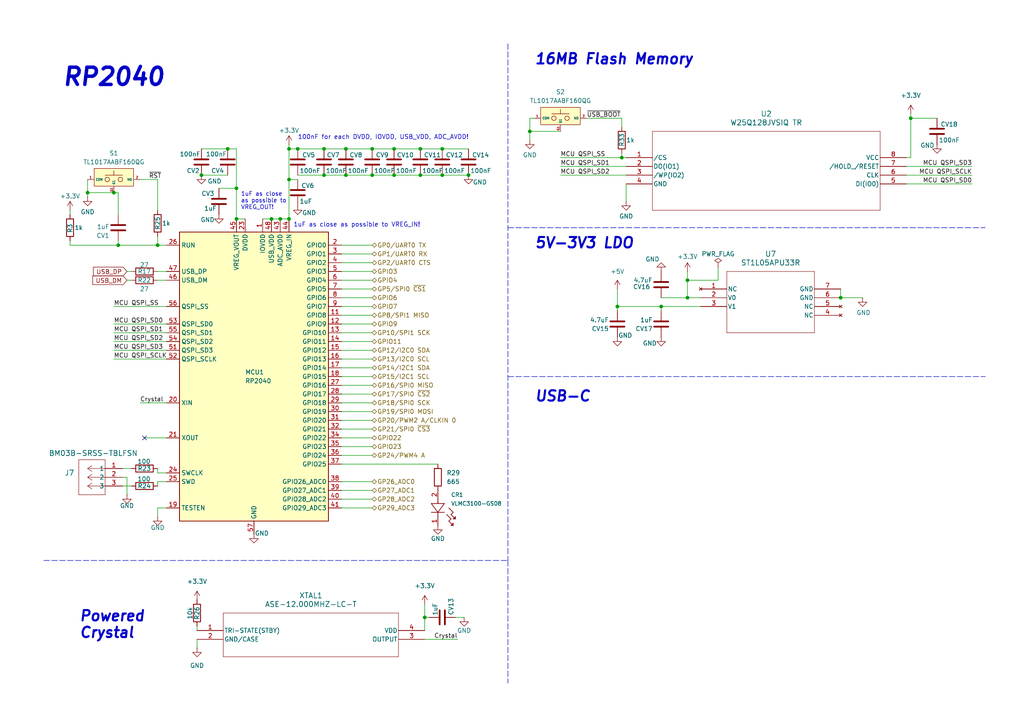
<source format=kicad_sch>
(kicad_sch (version 20231120) (generator "eeschema") (generator_version "8.0")
  (paper "A4")
  (title_block (title "RP2040 Standard") (company "Porto Space Team") (comment 1 "Miguel Amorim"))
  (lib_symbols
    (symbol "16MB_Flash:W25Q128JVSIQ_TR" (pin_names (offset 0.254))
      (property "Reference" "U" (at 40.64 12.7 0))
      (property "Value" "W25Q128JVSIQ TR" (at 40.64 10.16 0))
      (symbol "W25Q128JVSIQ_TR_0_1"
        (polyline (pts (xy 7.62 -15.24) (xy 73.66 -15.24)) (stroke (width 0.127)))
        (polyline (pts (xy 7.62 7.62) (xy 7.62 -15.24)) (stroke (width 0.127)))
        (polyline (pts (xy 73.66 -15.24) (xy 73.66 7.62)) (stroke (width 0.127)))
        (polyline (pts (xy 73.66 7.62) (xy 7.62 7.62)) (stroke (width 0.127)))
        (pin input line (at 0 0 0) (length 7.62) (name "/CS") (number "1"))
        (pin bidirectional line (at 0 -2.54 0) (length 7.62) (name "DO(IO1)") (number "2"))
        (pin bidirectional line (at 0 -5.08 0) (length 7.62) (name "/WP(IO2)") (number "3"))
        (pin passive line (at 0 -7.62 0) (length 7.62) (name "GND") (number "4"))
        (pin bidirectional line (at 81.28 -7.62 180) (length 7.62) (name "DI(IO0)") (number "5"))
        (pin input line (at 81.28 -5.08 180) (length 7.62) (name "CLK") (number "6"))
        (pin bidirectional line (at 81.28 -2.54 180) (length 7.62) (name "/HOLD_/RESET") (number "7"))
        (pin passive line (at 81.28 0 180) (length 7.62) (name "VCC") (number "8"))
      )
    )
    (symbol "AS12MHz:ASE-12.000MHZ-LC-T" (pin_names (offset 0.254))
      (property "Reference" "XTAL" (at 33.02 10.16 0))
      (property "Value" "ASE-12.000MHZ-LC-T" (at 33.02 7.62 0))
      (symbol "ASE-12.000MHZ-LC-T_0_1"
        (polyline (pts (xy 7.62 -7.62) (xy 58.42 -7.62)) (stroke (width 0.127)))
        (polyline (pts (xy 7.62 5.08) (xy 7.62 -7.62)) (stroke (width 0.127)))
        (polyline (pts (xy 58.42 -7.62) (xy 58.42 5.08)) (stroke (width 0.127)))
        (polyline (pts (xy 58.42 5.08) (xy 7.62 5.08)) (stroke (width 0.127)))
        (pin passive line (at 0 0 0) (length 7.62) (name "TRI-STATE(STBY)") (number "1"))
        (pin passive line (at 0 -2.54 0) (length 7.62) (name "GND/CASE") (number "2"))
        (pin output line (at 66.04 -2.54 180) (length 7.62) (name "OUTPUT") (number "3"))
        (pin power_in line (at 66.04 0 180) (length 7.62) (name "VDD") (number "4"))
      )
    )
    (symbol "Device:C" (pin_numbers hide) (pin_names (offset 0.254))
      (property "Reference" "C" (at 0.635 2.54 0))
      (property "Value" "C" (at 0.635 -2.54 0))
      (symbol "C_0_1"
        (polyline (pts (xy -2.032 -0.762) (xy 2.032 -0.762)) (stroke (width 0.508)))
        (polyline (pts (xy -2.032 0.762) (xy 2.032 0.762)) (stroke (width 0.508)))
      )
      (symbol "C_1_1"
        (pin passive line (at 0 3.81 270) (length 2.794) (name "~") (number "1"))
        (pin passive line (at 0 -3.81 90) (length 2.794) (name "~") (number "2"))
      )
    )
    (symbol "Device:R" (pin_numbers hide) (pin_names (offset 0))
      (property "Reference" "R" (at 2.032 0 90))
      (property "Value" "R" (at 0 0 90))
      (symbol "R_0_1"
        (rectangle (start -1.016 -2.54) (end 1.016 2.54) (stroke (width 0.254)))
      )
      (symbol "R_1_1"
        (pin passive line (at 0 3.81 270) (length 1.27) (name "~") (number "1"))
        (pin passive line (at 0 -3.81 90) (length 1.27) (name "~") (number "2"))
      )
    )
    (symbol "GreenLED__VLMC3100-GS08:VLMC3100-GS08" (pin_names (offset 0.254))
      (property "Reference" "CR" (at 5.08 -4.445 0))
      (property "Value" "VLMC3100-GS08" (at 5.08 -7.62 0))
      (symbol "VLMC3100-GS08_1_1"
        (polyline (pts (xy 2.54 0) (xy 3.4798 0)) (stroke (width 0.2032)))
        (polyline (pts (xy 3.175 0) (xy 3.81 0)) (stroke (width 0.2032)))
        (polyline (pts (xy 3.81 -1.905) (xy 6.35 0)) (stroke (width 0.2032)))
        (polyline (pts (xy 3.81 1.905) (xy 3.81 -1.905)) (stroke (width 0.2032)))
        (polyline (pts (xy 5.08 3.175) (xy 6.35 4.445)) (stroke (width 0.2032)))
        (polyline (pts (xy 6.35 -1.905) (xy 6.35 1.905)) (stroke (width 0.2032)))
        (polyline (pts (xy 6.35 0) (xy 3.81 1.905)) (stroke (width 0.2032)))
        (polyline (pts (xy 6.35 0) (xy 7.62 0)) (stroke (width 0.2032)))
        (polyline (pts (xy 6.35 4.445) (xy 6.985 3.81)) (stroke (width 0.2032)))
        (polyline (pts (xy 6.985 2.54) (xy 8.255 3.81)) (stroke (width 0.2032)))
        (polyline (pts (xy 6.985 3.81) (xy 8.255 5.08)) (stroke (width 0.2032)))
        (polyline (pts (xy 7.62 5.08) (xy 8.255 4.445)) (stroke (width 0.2032)))
        (polyline (pts (xy 8.255 3.81) (xy 8.89 3.175)) (stroke (width 0.2032)))
        (polyline (pts (xy 8.255 4.445) (xy 8.255 5.08)) (stroke (width 0.2032)))
        (polyline (pts (xy 8.255 5.08) (xy 7.62 5.08)) (stroke (width 0.2032)))
        (polyline (pts (xy 8.89 3.175) (xy 10.16 4.445)) (stroke (width 0.2032)))
        (polyline (pts (xy 9.525 4.445) (xy 10.16 3.81)) (stroke (width 0.2032)))
        (polyline (pts (xy 10.16 3.81) (xy 10.16 4.445)) (stroke (width 0.2032)))
        (polyline (pts (xy 10.16 4.445) (xy 9.525 4.445)) (stroke (width 0.2032)))
        (pin passive line (at 10.16 0 180) (length 2.54) (name "") (number "1"))
        (pin passive line (at 0 0 0) (length 2.54) (name "") (number "2"))
      )
      (symbol "VLMC3100-GS08_1_2"
        (polyline (pts (xy -5.08 7.62) (xy -4.445 8.255)) (stroke (width 0.2032)))
        (polyline (pts (xy -5.08 8.255) (xy -5.08 7.62)) (stroke (width 0.2032)))
        (polyline (pts (xy -4.445 6.35) (xy -3.81 6.985)) (stroke (width 0.2032)))
        (polyline (pts (xy -4.445 8.255) (xy -5.08 8.255)) (stroke (width 0.2032)))
        (polyline (pts (xy -4.445 9.525) (xy -3.81 10.16)) (stroke (width 0.2032)))
        (polyline (pts (xy -4.445 10.16) (xy -4.445 9.525)) (stroke (width 0.2032)))
        (polyline (pts (xy -3.81 6.985) (xy -5.08 8.255)) (stroke (width 0.2032)))
        (polyline (pts (xy -3.81 8.255) (xy -3.175 8.89)) (stroke (width 0.2032)))
        (polyline (pts (xy -3.81 10.16) (xy -4.445 10.16)) (stroke (width 0.2032)))
        (polyline (pts (xy -3.175 5.08) (xy -4.445 6.35)) (stroke (width 0.2032)))
        (polyline (pts (xy -3.175 8.89) (xy -4.445 10.16)) (stroke (width 0.2032)))
        (polyline (pts (xy -2.54 6.985) (xy -3.81 8.255)) (stroke (width 0.2032)))
        (polyline (pts (xy -1.905 3.81) (xy 1.905 3.81)) (stroke (width 0.2032)))
        (polyline (pts (xy 0 2.54) (xy 0 3.4798)) (stroke (width 0.2032)))
        (polyline (pts (xy 0 3.175) (xy 0 3.81)) (stroke (width 0.2032)))
        (polyline (pts (xy 0 6.35) (xy -1.905 3.81)) (stroke (width 0.2032)))
        (polyline (pts (xy 0 6.35) (xy 0 7.62)) (stroke (width 0.2032)))
        (polyline (pts (xy 1.905 3.81) (xy 0 6.35)) (stroke (width 0.2032)))
        (polyline (pts (xy 1.905 6.35) (xy -1.905 6.35)) (stroke (width 0.2032)))
        (pin passive line (at 0 10.16 270) (length 2.54) (name "") (number "1"))
        (pin passive line (at 0 0 90) (length 2.54) (name "") (number "2"))
      )
    )
    (symbol "LDO_ST1L05A:ST1L05APU33R" (pin_names (offset 0.254))
      (property "Reference" "U" (at 20.32 10.16 0))
      (property "Value" "ST1L05APU33R" (at 20.32 7.62 0))
      (symbol "ST1L05APU33R_0_1"
        (polyline (pts (xy 7.62 -12.7) (xy 33.02 -12.7)) (stroke (width 0.127)))
        (polyline (pts (xy 7.62 5.08) (xy 7.62 -12.7)) (stroke (width 0.127)))
        (polyline (pts (xy 33.02 -12.7) (xy 33.02 5.08)) (stroke (width 0.127)))
        (polyline (pts (xy 33.02 5.08) (xy 7.62 5.08)) (stroke (width 0.127)))
        (pin no_connect line (at 0 0 0) (length 7.62) (name "NC") (number "1"))
        (pin passive line (at 0 -2.54 0) (length 7.62) (name "V0") (number "2"))
        (pin passive line (at 0 -5.08 0) (length 7.62) (name "V1") (number "3"))
        (pin no_connect line (at 40.64 -7.62 180) (length 7.62) (name "NC") (number "4"))
        (pin no_connect line (at 40.64 -5.08 180) (length 7.62) (name "NC") (number "5"))
        (pin passive line (at 40.64 -2.54 180) (length 7.62) (name "GND") (number "6"))
        (pin passive line (at 40.64 0 180) (length 7.62) (name "GND") (number "7"))
      )
    )
    (symbol "MCU_RaspberryPi:RP2040"
      (property "Reference" "U" (at 17.78 45.72 0))
      (property "Value" "RP2040" (at 17.78 43.18 0))
      (symbol "RP2040_0_1"
        (rectangle (start -21.59 41.91) (end 21.59 -41.91) (stroke (width 0.254)) (fill (type background)))
      )
      (symbol "RP2040_1_1"
        (pin power_in line (at 2.54 45.72 270) (length 3.81) (name "IOVDD") (number "1"))
        (pin passive line (at 2.54 45.72 270) (length 3.81) hide (name "IOVDD") (number "10"))
        (pin bidirectional line (at 25.4 17.78 180) (length 3.81) (name "GPIO8") (number "11"))
        (pin bidirectional line (at 25.4 15.24 180) (length 3.81) (name "GPIO9") (number "12"))
        (pin bidirectional line (at 25.4 12.7 180) (length 3.81) (name "GPIO10") (number "13"))
        (pin bidirectional line (at 25.4 10.16 180) (length 3.81) (name "GPIO11") (number "14"))
        (pin bidirectional line (at 25.4 7.62 180) (length 3.81) (name "GPIO12") (number "15"))
        (pin bidirectional line (at 25.4 5.08 180) (length 3.81) (name "GPIO13") (number "16"))
        (pin bidirectional line (at 25.4 2.54 180) (length 3.81) (name "GPIO14") (number "17"))
        (pin bidirectional line (at 25.4 0 180) (length 3.81) (name "GPIO15") (number "18"))
        (pin input line (at -25.4 -38.1 0) (length 3.81) (name "TESTEN") (number "19"))
        (pin bidirectional line (at 25.4 38.1 180) (length 3.81) (name "GPIO0") (number "2"))
        (pin input line (at -25.4 -7.62 0) (length 3.81) (name "XIN") (number "20"))
        (pin passive line (at -25.4 -17.78 0) (length 3.81) (name "XOUT") (number "21"))
        (pin passive line (at 2.54 45.72 270) (length 3.81) hide (name "IOVDD") (number "22"))
        (pin power_in line (at -2.54 45.72 270) (length 3.81) (name "DVDD") (number "23"))
        (pin input line (at -25.4 -27.94 0) (length 3.81) (name "SWCLK") (number "24"))
        (pin bidirectional line (at -25.4 -30.48 0) (length 3.81) (name "SWD") (number "25"))
        (pin input line (at -25.4 38.1 0) (length 3.81) (name "RUN") (number "26"))
        (pin bidirectional line (at 25.4 -2.54 180) (length 3.81) (name "GPIO16") (number "27"))
        (pin bidirectional line (at 25.4 -5.08 180) (length 3.81) (name "GPIO17") (number "28"))
        (pin bidirectional line (at 25.4 -7.62 180) (length 3.81) (name "GPIO18") (number "29"))
        (pin bidirectional line (at 25.4 35.56 180) (length 3.81) (name "GPIO1") (number "3"))
        (pin bidirectional line (at 25.4 -10.16 180) (length 3.81) (name "GPIO19") (number "30"))
        (pin bidirectional line (at 25.4 -12.7 180) (length 3.81) (name "GPIO20") (number "31"))
        (pin bidirectional line (at 25.4 -15.24 180) (length 3.81) (name "GPIO21") (number "32"))
        (pin passive line (at 2.54 45.72 270) (length 3.81) hide (name "IOVDD") (number "33"))
        (pin bidirectional line (at 25.4 -17.78 180) (length 3.81) (name "GPIO22") (number "34"))
        (pin bidirectional line (at 25.4 -20.32 180) (length 3.81) (name "GPIO23") (number "35"))
        (pin bidirectional line (at 25.4 -22.86 180) (length 3.81) (name "GPIO24") (number "36"))
        (pin bidirectional line (at 25.4 -25.4 180) (length 3.81) (name "GPIO25") (number "37"))
        (pin bidirectional line (at 25.4 -30.48 180) (length 3.81) (name "GPIO26_ADC0") (number "38"))
        (pin bidirectional line (at 25.4 -33.02 180) (length 3.81) (name "GPIO27_ADC1") (number "39"))
        (pin bidirectional line (at 25.4 33.02 180) (length 3.81) (name "GPIO2") (number "4"))
        (pin bidirectional line (at 25.4 -35.56 180) (length 3.81) (name "GPIO28_ADC2") (number "40"))
        (pin bidirectional line (at 25.4 -38.1 180) (length 3.81) (name "GPIO29_ADC3") (number "41"))
        (pin passive line (at 2.54 45.72 270) (length 3.81) hide (name "IOVDD") (number "42"))
        (pin power_in line (at 7.62 45.72 270) (length 3.81) (name "ADC_AVDD") (number "43"))
        (pin power_in line (at 10.16 45.72 270) (length 3.81) (name "VREG_IN") (number "44"))
        (pin power_out line (at -5.08 45.72 270) (length 3.81) (name "VREG_VOUT") (number "45"))
        (pin bidirectional line (at -25.4 27.94 0) (length 3.81) (name "USB_DM") (number "46"))
        (pin bidirectional line (at -25.4 30.48 0) (length 3.81) (name "USB_DP") (number "47"))
        (pin power_in line (at 5.08 45.72 270) (length 3.81) (name "USB_VDD") (number "48"))
        (pin passive line (at 2.54 45.72 270) (length 3.81) hide (name "IOVDD") (number "49"))
        (pin bidirectional line (at 25.4 30.48 180) (length 3.81) (name "GPIO3") (number "5"))
        (pin passive line (at -2.54 45.72 270) (length 3.81) hide (name "DVDD") (number "50"))
        (pin bidirectional line (at -25.4 7.62 0) (length 3.81) (name "QSPI_SD3") (number "51"))
        (pin output line (at -25.4 5.08 0) (length 3.81) (name "QSPI_SCLK") (number "52"))
        (pin bidirectional line (at -25.4 15.24 0) (length 3.81) (name "QSPI_SD0") (number "53"))
        (pin bidirectional line (at -25.4 10.16 0) (length 3.81) (name "QSPI_SD2") (number "54"))
        (pin bidirectional line (at -25.4 12.7 0) (length 3.81) (name "QSPI_SD1") (number "55"))
        (pin bidirectional line (at -25.4 20.32 0) (length 3.81) (name "QSPI_SS") (number "56"))
        (pin power_in line (at 0 -45.72 90) (length 3.81) (name "GND") (number "57"))
        (pin bidirectional line (at 25.4 27.94 180) (length 3.81) (name "GPIO4") (number "6"))
        (pin bidirectional line (at 25.4 25.4 180) (length 3.81) (name "GPIO5") (number "7"))
        (pin bidirectional line (at 25.4 22.86 180) (length 3.81) (name "GPIO6") (number "8"))
        (pin bidirectional line (at 25.4 20.32 180) (length 3.81) (name "GPIO7") (number "9"))
      )
    )
    (symbol "SWD_Con:BM03B-SRSS-TBLFSN" (pin_names (offset 0.254))
      (property "Reference" "J" (at 8.89 6.35 0))
      (property "Value" "BM03B-SRSS-TBLFSN" (at 0 0 0))
      (symbol "BM03B-SRSS-TBLFSN_1_1"
        (polyline (pts (xy 5.08 -7.62) (xy 12.7 -7.62)) (stroke (width 0.127)))
        (polyline (pts (xy 5.08 2.54) (xy 5.08 -7.62)) (stroke (width 0.127)))
        (polyline (pts (xy 10.16 -5.08) (xy 5.08 -5.08)) (stroke (width 0.127)))
        (polyline (pts (xy 10.16 -5.08) (xy 8.89 -5.9267)) (stroke (width 0.127)))
        (polyline (pts (xy 10.16 -5.08) (xy 8.89 -4.2333)) (stroke (width 0.127)))
        (polyline (pts (xy 10.16 -2.54) (xy 5.08 -2.54)) (stroke (width 0.127)))
        (polyline (pts (xy 10.16 -2.54) (xy 8.89 -3.3867)) (stroke (width 0.127)))
        (polyline (pts (xy 10.16 -2.54) (xy 8.89 -1.6933)) (stroke (width 0.127)))
        (polyline (pts (xy 10.16 0) (xy 5.08 0)) (stroke (width 0.127)))
        (polyline (pts (xy 10.16 0) (xy 8.89 -0.8467)) (stroke (width 0.127)))
        (polyline (pts (xy 10.16 0) (xy 8.89 0.8467)) (stroke (width 0.127)))
        (polyline (pts (xy 12.7 -7.62) (xy 12.7 2.54)) (stroke (width 0.127)))
        (polyline (pts (xy 12.7 2.54) (xy 5.08 2.54)) (stroke (width 0.127)))
        (pin passive line (at 0 0 0) (length 5.08) (name "1") (number "1"))
        (pin passive line (at 0 -2.54 0) (length 5.08) (name "2") (number "2"))
        (pin passive line (at 0 -5.08 0) (length 5.08) (name "3") (number "3"))
      )
      (symbol "BM03B-SRSS-TBLFSN_1_2"
        (polyline (pts (xy 5.08 -7.62) (xy 12.7 -7.62)) (stroke (width 0.127)))
        (polyline (pts (xy 5.08 2.54) (xy 5.08 -7.62)) (stroke (width 0.127)))
        (polyline (pts (xy 7.62 -5.08) (xy 5.08 -5.08)) (stroke (width 0.127)))
        (polyline (pts (xy 7.62 -5.08) (xy 8.89 -5.9267)) (stroke (width 0.127)))
        (polyline (pts (xy 7.62 -5.08) (xy 8.89 -4.2333)) (stroke (width 0.127)))
        (polyline (pts (xy 7.62 -2.54) (xy 5.08 -2.54)) (stroke (width 0.127)))
        (polyline (pts (xy 7.62 -2.54) (xy 8.89 -3.3867)) (stroke (width 0.127)))
        (polyline (pts (xy 7.62 -2.54) (xy 8.89 -1.6933)) (stroke (width 0.127)))
        (polyline (pts (xy 7.62 0) (xy 5.08 0)) (stroke (width 0.127)))
        (polyline (pts (xy 7.62 0) (xy 8.89 -0.8467)) (stroke (width 0.127)))
        (polyline (pts (xy 7.62 0) (xy 8.89 0.8467)) (stroke (width 0.127)))
        (polyline (pts (xy 12.7 -7.62) (xy 12.7 2.54)) (stroke (width 0.127)))
        (polyline (pts (xy 12.7 2.54) (xy 5.08 2.54)) (stroke (width 0.127)))
        (pin passive line (at 0 0 0) (length 5.08) (name "1") (number "1"))
        (pin passive line (at 0 -2.54 0) (length 5.08) (name "2") (number "2"))
        (pin passive line (at 0 -5.08 0) (length 5.08) (name "3") (number "3"))
      )
    )
    (symbol "TL1017AABF160QG:TL1017AABF160QG"
      (property "Reference" "S" (at 0.762 14.732 0))
      (property "Value" "TL1017AABF160QG" (at 0.762 12.192 0))
      (symbol "TL1017AABF160QG_0_1"
        (polyline (pts (xy 6.35 5.08) (xy 11.43 5.08)))
        (polyline (pts (xy 8.89 5.08) (xy 8.89 6.35)))
        (circle (center 6.985 3.81) (radius 0.635))
        (circle (center 10.795 3.81) (radius 0.635))
      )
      (symbol "TL1017AABF160QG_1_1"
        (rectangle (start 3.175 6.985) (end 14.605 1.905) (fill (type background)))
        (pin passive line (at 1.27 3.81 0) (length 1.778) (name "COM") (number "1"))
        (pin passive line (at 16.51 3.81 180) (length 1.778) (name "NO") (number "2"))
        (pin passive line (at 8.89 0 90) (length 1.778) (name "G1") (number "G1"))
      )
    )
    (symbol "power:+3.3V" (power) (pin_numbers hide) (pin_names (offset 0) hide)
      (property "Value" "+3.3V" (at 0 3.556 0))
      (symbol "+3.3V_0_1"
        (polyline (pts (xy -0.762 1.27) (xy 0 2.54)))
        (polyline (pts (xy 0 0) (xy 0 2.54)))
        (polyline (pts (xy 0 2.54) (xy 0.762 1.27)))
      )
      (symbol "+3.3V_1_1"
        (pin power_in line (at 0 0 90) (length 0) (name "~") (number "1"))
      )
    )
    (symbol "power:+5V" (power) (pin_numbers hide) (pin_names (offset 0) hide)
      (property "Value" "+5V" (at 0 3.556 0))
      (symbol "+5V_0_1"
        (polyline (pts (xy -0.762 1.27) (xy 0 2.54)))
        (polyline (pts (xy 0 0) (xy 0 2.54)))
        (polyline (pts (xy 0 2.54) (xy 0.762 1.27)))
      )
      (symbol "+5V_1_1"
        (pin power_in line (at 0 0 90) (length 0) (name "~") (number "1"))
      )
    )
    (symbol "power:GND" (power) (pin_numbers hide) (pin_names (offset 0) hide)
      (property "Value" "GND" (at 0 -3.81 0))
      (symbol "GND_0_1"
        (polyline (pts (xy 0 0) (xy 0 -1.27) (xy 1.27 -1.27) (xy 0 -2.54) (xy -1.27 -1.27) (xy 0 -1.27)))
      )
      (symbol "GND_1_1"
        (pin power_in line (at 0 0 270) (length 0) (name "~") (number "1"))
      )
    )
    (symbol "power:PWR_FLAG" (power) (pin_numbers hide) (pin_names (offset 0) hide)
      (property "Value" "PWR_FLAG" (at 0 3.81 0))
      (symbol "PWR_FLAG_0_0"
        (pin power_out line (at 0 0 90) (length 0) (name "~") (number "1"))
      )
      (symbol "PWR_FLAG_0_1"
        (polyline (pts (xy 0 0) (xy 0 1.27) (xy -1.016 1.905) (xy 0 2.54) (xy 1.016 1.905) (xy 0 1.27)))
      )
    )
  )
  (junction (at 58.42 50.8))
  (junction (at 135.89 50.8))
  (junction (at 121.92 43.18))
  (junction (at 100.33 50.8))
  (junction (at 68.58 54.61))
  (junction (at 25.4 55.88))
  (junction (at 243.84 86.36))
  (junction (at 78.74 63.5))
  (junction (at 93.98 43.18))
  (junction (at 83.82 52.07))
  (junction (at 83.82 43.18))
  (junction (at 93.98 50.8))
  (junction (at 107.95 50.8))
  (junction (at 114.3 50.8))
  (junction (at 81.28 63.5))
  (junction (at 128.27 43.18))
  (junction (at 199.39 86.36))
  (junction (at 68.58 63.5))
  (junction (at 114.3 43.18))
  (junction (at 191.77 88.9))
  (junction (at 66.04 43.18))
  (junction (at 86.36 43.18))
  (junction (at 107.95 43.18))
  (junction (at 128.27 50.8))
  (junction (at 100.33 43.18))
  (junction (at 45.72 71.12))
  (junction (at 199.39 81.28))
  (junction (at 123.19 179.07))
  (junction (at 83.82 63.5))
  (junction (at 34.29 71.12))
  (junction (at 33.02 55.88))
  (junction (at 153.67 38.1))
  (junction (at 180.34 45.72))
  (junction (at 264.16 34.29))
  (junction (at 179.07 88.9))
  (junction (at 121.92 50.8))
  (no_connect (at 41.91 127))
  (wire (pts (xy 180.34 45.72) (xy 181.61 45.72)))
  (polyline (pts (xy 147.32 109.22) (xy 285.75 109.22)) (stroke (width 0) (type dash)))
  (wire (pts (xy 262.89 45.72) (xy 264.16 45.72)))
  (polyline (pts (xy 12.7 162.56) (xy 147.32 162.56)) (stroke (width 0) (type dash)))
  (wire (pts (xy 33.02 99.06) (xy 48.26 99.06)))
  (wire (pts (xy 262.89 50.8) (xy 281.94 50.8)))
  (wire (pts (xy 153.67 38.1) (xy 162.56 38.1)))
  (wire (pts (xy 132.08 179.07) (xy 134.62 179.07)))
  (wire (pts (xy 99.06 83.82) (xy 107.95 83.82)))
  (wire (pts (xy 68.58 54.61) (xy 68.58 63.5)))
  (wire (pts (xy 180.34 44.45) (xy 180.34 45.72)))
  (wire (pts (xy 99.06 124.46) (xy 107.95 124.46)))
  (wire (pts (xy 99.06 88.9) (xy 107.95 88.9)))
  (polyline (pts (xy 147.32 162.56) (xy 147.32 198.12)) (stroke (width 0) (type dash)))
  (wire (pts (xy 33.02 55.88) (xy 25.4 55.88)))
  (wire (pts (xy 99.06 121.92) (xy 107.95 121.92)))
  (wire (pts (xy 208.28 81.28) (xy 208.28 77.47)))
  (wire (pts (xy 45.72 68.58) (xy 45.72 71.12)))
  (wire (pts (xy 114.3 50.8) (xy 121.92 50.8)))
  (wire (pts (xy 45.72 139.7) (xy 48.26 139.7)))
  (wire (pts (xy 153.67 34.29) (xy 153.67 38.1)))
  (wire (pts (xy 99.06 109.22) (xy 107.95 109.22)))
  (wire (pts (xy 45.72 137.16) (xy 45.72 135.89)))
  (wire (pts (xy 99.06 96.52) (xy 107.95 96.52)))
  (wire (pts (xy 76.2 63.5) (xy 78.74 63.5)))
  (wire (pts (xy 181.61 50.8) (xy 162.56 50.8)))
  (wire (pts (xy 191.77 86.36) (xy 199.39 86.36)))
  (wire (pts (xy 34.29 71.12) (xy 20.32 71.12)))
  (wire (pts (xy 45.72 81.28) (xy 48.26 81.28)))
  (wire (pts (xy 180.34 36.83) (xy 180.34 34.29)))
  (wire (pts (xy 35.56 138.43) (xy 36.83 138.43)))
  (wire (pts (xy 93.98 43.18) (xy 86.36 43.18)))
  (wire (pts (xy 83.82 52.07) (xy 86.36 52.07)))
  (wire (pts (xy 99.06 101.6) (xy 107.95 101.6)))
  (wire (pts (xy 45.72 137.16) (xy 48.26 137.16)))
  (wire (pts (xy 99.06 81.28) (xy 107.95 81.28)))
  (wire (pts (xy 100.33 50.8) (xy 107.95 50.8)))
  (wire (pts (xy 123.19 179.07) (xy 124.46 179.07)))
  (wire (pts (xy 179.07 88.9) (xy 191.77 88.9)))
  (wire (pts (xy 99.06 76.2) (xy 107.95 76.2)))
  (wire (pts (xy 58.42 43.18) (xy 66.04 43.18)))
  (wire (pts (xy 199.39 81.28) (xy 208.28 81.28)))
  (wire (pts (xy 199.39 81.28) (xy 199.39 86.36)))
  (wire (pts (xy 99.06 114.3) (xy 107.95 114.3)))
  (wire (pts (xy 34.29 71.12) (xy 34.29 69.85)))
  (wire (pts (xy 99.06 106.68) (xy 107.95 106.68)))
  (wire (pts (xy 63.5 54.61) (xy 68.58 54.61)))
  (wire (pts (xy 83.82 52.07) (xy 83.82 63.5)))
  (polyline (pts (xy 147.32 66.04) (xy 285.75 66.04)) (stroke (width 0) (type dash)))
  (wire (pts (xy 128.27 43.18) (xy 121.92 43.18)))
  (wire (pts (xy 25.4 52.07) (xy 25.4 55.88)))
  (wire (pts (xy 99.06 104.14) (xy 107.95 104.14)))
  (wire (pts (xy 100.33 43.18) (xy 93.98 43.18)))
  (wire (pts (xy 78.74 63.5) (xy 81.28 63.5)))
  (wire (pts (xy 33.02 96.52) (xy 48.26 96.52)))
  (wire (pts (xy 114.3 43.18) (xy 107.95 43.18)))
  (wire (pts (xy 68.58 54.61) (xy 68.58 43.18)))
  (wire (pts (xy 99.06 132.08) (xy 107.95 132.08)))
  (wire (pts (xy 154.94 34.29) (xy 153.67 34.29)))
  (wire (pts (xy 86.36 43.18) (xy 83.82 43.18)))
  (wire (pts (xy 81.28 63.5) (xy 83.82 63.5)))
  (wire (pts (xy 99.06 134.62) (xy 127 134.62)))
  (wire (pts (xy 68.58 63.5) (xy 71.12 63.5)))
  (wire (pts (xy 99.06 144.78) (xy 107.95 144.78)))
  (wire (pts (xy 243.84 86.36) (xy 250.19 86.36)))
  (wire (pts (xy 99.06 86.36) (xy 107.95 86.36)))
  (polyline (pts (xy 147.32 12.7) (xy 147.32 162.56)) (stroke (width 0) (type dash)))
  (wire (pts (xy 162.56 45.72) (xy 180.34 45.72)))
  (wire (pts (xy 264.16 34.29) (xy 264.16 33.02)))
  (wire (pts (xy 153.67 38.1) (xy 153.67 40.64)))
  (wire (pts (xy 99.06 129.54) (xy 107.95 129.54)))
  (wire (pts (xy 45.72 78.74) (xy 48.26 78.74)))
  (wire (pts (xy 25.4 55.88) (xy 25.4 57.15)))
  (wire (pts (xy 179.07 83.82) (xy 179.07 88.9)))
  (wire (pts (xy 45.72 140.97) (xy 45.72 139.7)))
  (wire (pts (xy 107.95 43.18) (xy 100.33 43.18)))
  (wire (pts (xy 36.83 138.43) (xy 36.83 143.51)))
  (wire (pts (xy 45.72 52.07) (xy 45.72 60.96)))
  (wire (pts (xy 128.27 43.18) (xy 135.89 43.18)))
  (wire (pts (xy 41.91 127) (xy 48.26 127)))
  (wire (pts (xy 35.56 135.89) (xy 38.1 135.89)))
  (wire (pts (xy 57.15 181.61) (xy 57.15 182.88)))
  (wire (pts (xy 181.61 48.26) (xy 162.56 48.26)))
  (wire (pts (xy 68.58 43.18) (xy 66.04 43.18)))
  (wire (pts (xy 33.02 101.6) (xy 48.26 101.6)))
  (wire (pts (xy 99.06 127) (xy 107.95 127)))
  (wire (pts (xy 34.29 71.12) (xy 45.72 71.12)))
  (wire (pts (xy 128.27 50.8) (xy 135.89 50.8)))
  (wire (pts (xy 99.06 147.32) (xy 107.95 147.32)))
  (wire (pts (xy 199.39 86.36) (xy 203.2 86.36)))
  (wire (pts (xy 121.92 43.18) (xy 114.3 43.18)))
  (wire (pts (xy 99.06 119.38) (xy 107.95 119.38)))
  (wire (pts (xy 107.95 50.8) (xy 114.3 50.8)))
  (wire (pts (xy 20.32 71.12) (xy 20.32 69.85)))
  (wire (pts (xy 123.19 179.07) (xy 123.19 182.88)))
  (wire (pts (xy 45.72 147.32) (xy 48.26 147.32)))
  (wire (pts (xy 264.16 34.29) (xy 271.78 34.29)))
  (wire (pts (xy 57.15 185.42) (xy 57.15 187.96)))
  (wire (pts (xy 99.06 99.06) (xy 107.95 99.06)))
  (wire (pts (xy 99.06 111.76) (xy 107.95 111.76)))
  (wire (pts (xy 123.19 185.42) (xy 132.715 185.42)))
  (wire (pts (xy 33.02 88.9) (xy 48.26 88.9)))
  (wire (pts (xy 83.82 43.18) (xy 83.82 52.07)))
  (wire (pts (xy 99.06 139.7) (xy 107.95 139.7)))
  (wire (pts (xy 199.39 78.74) (xy 199.39 81.28)))
  (wire (pts (xy 99.06 73.66) (xy 107.95 73.66)))
  (wire (pts (xy 20.32 60.96) (xy 20.32 62.23)))
  (wire (pts (xy 99.06 78.74) (xy 107.95 78.74)))
  (wire (pts (xy 99.06 93.98) (xy 107.95 93.98)))
  (wire (pts (xy 99.06 91.44) (xy 107.95 91.44)))
  (wire (pts (xy 83.82 41.91) (xy 83.82 43.18)))
  (wire (pts (xy 36.83 81.28) (xy 38.1 81.28)))
  (wire (pts (xy 34.29 55.88) (xy 33.02 55.88)))
  (wire (pts (xy 243.84 83.82) (xy 243.84 86.36)))
  (wire (pts (xy 179.07 88.9) (xy 179.07 90.17)))
  (wire (pts (xy 86.36 50.8) (xy 93.98 50.8)))
  (wire (pts (xy 180.34 34.29) (xy 170.18 34.29)))
  (wire (pts (xy 40.64 116.84) (xy 48.26 116.84)))
  (wire (pts (xy 33.02 93.98) (xy 48.26 93.98)))
  (wire (pts (xy 35.56 140.97) (xy 38.1 140.97)))
  (wire (pts (xy 181.61 53.34) (xy 181.61 58.42)))
  (wire (pts (xy 45.72 71.12) (xy 48.26 71.12)))
  (wire (pts (xy 58.42 50.8) (xy 66.04 50.8)))
  (wire (pts (xy 264.16 45.72) (xy 264.16 34.29)))
  (wire (pts (xy 191.77 88.9) (xy 203.2 88.9)))
  (wire (pts (xy 33.02 104.14) (xy 48.26 104.14)))
  (wire (pts (xy 45.72 149.86) (xy 45.72 147.32)))
  (wire (pts (xy 123.19 175.26) (xy 123.19 179.07)))
  (wire (pts (xy 99.06 116.84) (xy 107.95 116.84)))
  (wire (pts (xy 99.06 142.24) (xy 107.95 142.24)))
  (wire (pts (xy 99.06 71.12) (xy 107.95 71.12)))
  (wire (pts (xy 191.77 90.17) (xy 191.77 88.9)))
  (wire (pts (xy 262.89 53.34) (xy 281.94 53.34)))
  (wire (pts (xy 34.29 55.88) (xy 34.29 62.23)))
  (wire (pts (xy 40.64 52.07) (xy 45.72 52.07)))
  (wire (pts (xy 262.89 48.26) (xy 281.94 48.26)))
  (wire (pts (xy 121.92 50.8) (xy 128.27 50.8)))
  (wire (pts (xy 93.98 50.8) (xy 100.33 50.8)))
  (wire (pts (xy 36.83 78.74) (xy 38.1 78.74)))
  (text "Powered\nCrystal" (at 22.86 185.42 0) (effects (font (size 3 3) (bold yes) (italic yes)) (justify left bottom)))
  (text "USB-C" (at 154.94 116.84 0) (effects (font (size 3 3) (bold yes) (italic yes)) (justify left bottom)))
  (text "1uF as close as possible to VREG_IN!" (at 85.09 66.04 0) (effects (font (size 1.27 1.27)) (justify left bottom)))
  (text "1uF as close \nas possible to \nVREG_OUT!" (at 69.85 60.96 0) (effects (font (size 1.2 1.2)) (justify left bottom)))
  (text "RP2040" (at 17.78 25.4 0) (effects (font (size 5 5) (thickness 1) (bold yes) (italic yes)) (justify left bottom)))
  (text "100nF for each DVDD, IOVDD, USB_VDD, ADC_AVDD!" (at 86.36 40.64 0) (effects (font (size 1.27 1.27)) (justify left bottom)))
  (text "5V-3V3 LDO" (at 154.94 72.39 0) (effects (font (size 3 3) (bold yes) (italic yes)) (justify left bottom)))
  (text "16MB Flash Memory" (at 154.94 19.05 0) (effects (font (size 3 3) (bold yes) (italic yes)) (justify left bottom)))
  (label "MCU QSPI_SD0" (at 281.94 53.34 180))
  (label "MCU QSPI_SS" (at 33.02 88.9 0))
  (label "MCU QSPI_SD2" (at 33.02 99.06 0))
  (label "MCU QSPI_SD3" (at 281.94 48.26 180))
  (label "MCU QSPI_SS" (at 162.56 45.72 0))
  (label "MCU QSPI_SCLK" (at 281.94 50.8 180))
  (label "MCU QSPI_SD3" (at 33.02 101.6 0))
  (label "~{RST}" (at 43.18 52.07 0))
  (label "Crystal" (at 132.715 185.42 180))
  (label "~{USB_BOOT}" (at 170.18 34.29 0))
  (label "Crystal" (at 40.64 116.84 0))
  (label "MCU QSPI_SD2" (at 162.56 50.8 0))
  (label "MCU QSPI_SD1" (at 162.56 48.26 0))
  (label "MCU QSPI_SD1" (at 33.02 96.52 0))
  (label "MCU QSPI_SCLK" (at 33.02 104.14 0))
  (label "MCU QSPI_SD0" (at 33.02 93.98 0))
  (global_label "USB_DM" (shape input) (at 36.83 81.28 180) (property "Intersheetrefs" "${INTERSHEET_REFS}" (effects (hide yes))))
  (global_label "USB_DP" (shape input) (at 36.83 78.74 180) (property "Intersheetrefs" "${INTERSHEET_REFS}" (effects (hide yes))))
  (hierarchical_label "GPIO7" (shape bidirectional) (at 107.95 88.9 0))
  (hierarchical_label "GP12{slash}I2C0 SDA" (shape bidirectional) (at 107.95 101.6 0))
  (hierarchical_label "GP19{slash}SPI0 MOSI" (shape bidirectional) (at 107.95 119.38 0))
  (hierarchical_label "GPIO6" (shape bidirectional) (at 107.95 86.36 0))
  (hierarchical_label "GP0{slash}UART0 TX" (shape bidirectional) (at 107.95 71.12 0))
  (hierarchical_label "GPIO23" (shape bidirectional) (at 107.95 129.54 0))
  (hierarchical_label "GPIO4" (shape bidirectional) (at 107.95 81.28 0))
  (hierarchical_label "GPIO11" (shape bidirectional) (at 107.95 99.06 0))
  (hierarchical_label "GP28_ADC2" (shape bidirectional) (at 107.95 144.78 0))
  (hierarchical_label "GPIO9" (shape bidirectional) (at 107.95 93.98 0))
  (hierarchical_label "GP24{slash}PWM4 A" (shape bidirectional) (at 107.95 132.08 0))
  (hierarchical_label "GP13{slash}I2C0 SCL" (shape bidirectional) (at 107.95 104.14 0))
  (hierarchical_label "GP27_ADC1" (shape bidirectional) (at 107.95 142.24 0))
  (hierarchical_label "GP18{slash}SPI0 SCK" (shape bidirectional) (at 107.95 116.84 0))
  (hierarchical_label "GP21{slash}SPI0 ~{CS3}" (shape bidirectional) (at 107.95 124.46 0))
  (hierarchical_label "GP16{slash}SPI0 MISO" (shape bidirectional) (at 107.95 111.76 0))
  (hierarchical_label "GP1{slash}UART0 RX" (shape bidirectional) (at 107.95 73.66 0))
  (hierarchical_label "GPIO22" (shape bidirectional) (at 107.95 127 0))
  (hierarchical_label "GP8{slash}SPI1 MISO" (shape bidirectional) (at 107.95 91.44 0))
  (hierarchical_label "GP10{slash}SPI1 SCK" (shape bidirectional) (at 107.95 96.52 0))
  (hierarchical_label "GP29_ADC3" (shape bidirectional) (at 107.95 147.32 0))
  (hierarchical_label "GP5{slash}SPI0 ~{CS1}" (shape bidirectional) (at 107.95 83.82 0))
  (hierarchical_label "GP14{slash}I2C1 SDA" (shape bidirectional) (at 107.95 106.68 0))
  (hierarchical_label "GP20{slash}PWM2 A{slash}CLKIN 0" (shape bidirectional) (at 107.95 121.92 0))
  (hierarchical_label "GP26_ADC0" (shape bidirectional) (at 107.95 139.7 0))
  (hierarchical_label "GP15{slash}I2C1 SCL" (shape bidirectional) (at 107.95 109.22 0))
  (hierarchical_label "GP2{slash}UART0 CTS" (shape bidirectional) (at 107.95 76.2 0))
  (hierarchical_label "GP17{slash}SPI0 ~{CS2}" (shape bidirectional) (at 107.95 114.3 0))
  (hierarchical_label "GPIO3" (shape bidirectional) (at 107.95 78.74 0))
  (symbol (lib_id "power:+3.3V") (at 20.32 60.96 0) (unit 1)
    (property "Reference" "#PWR04" (effects (hide yes)))
    (property "Value" "+3.3V" (at 20.32 56.896 0))
    (property "Description" "Power symbol creates a global label with name \"+3.3V\"" (effects (hide yes)))
  )
  (symbol (lib_id "Device:R") (at 41.91 140.97 90) (mirror x) (unit 1)
    (property "Reference" "R24" (at 43.815 140.97 90) (effects (justify left)))
    (property "Value" "100" (at 43.688 138.938 90) (effects (justify left)))
    (property "Footprint" "Resistor-0402:RES_0402" (effects (hide yes)))
    (property "Description" "Resistor" (effects (hide yes)))
  )
  (symbol (lib_id "power:+3.3V") (at 83.82 41.91 0) (unit 1)
    (property "Reference" "#PWR032" (effects (hide yes)))
    (property "Value" "+3.3V" (at 83.82 37.846 0))
    (property "Description" "Power symbol creates a global label with name \"+3.3V\"" (effects (hide yes)))
  )
  (symbol (lib_id "power:+3.3V") (at 199.39 78.74 0) (unit 1)
    (property "Reference" "#PWR050" (effects (hide yes)))
    (property "Value" "+3.3V" (at 199.39 74.422 0))
    (property "Description" "Power symbol creates a global label with name \"+3.3V\"" (effects (hide yes)))
  )
  (symbol (lib_id "Device:C") (at 107.95 46.99 0) (unit 1)
    (property "Reference" "CV9" (at 108.966 44.958 0) (effects (justify left)))
    (property "Value" "100nF" (at 108.458 49.53 0) (effects (justify left)))
    (property "Footprint" "Capacitor-0402:Capacitor_0402" (effects (hide yes)))
    (property "Description" "Unpolarized capacitor" (effects (hide yes)))
  )
  (symbol (lib_id "Device:C") (at 58.42 46.99 180) (unit 1)
    (property "Reference" "CV2" (at 57.912 49.53 0) (effects (justify left)))
    (property "Value" "100nF" (at 58.166 44.704 0) (effects (justify left)))
    (property "Footprint" "Capacitor-0402:Capacitor_0402" (effects (hide yes)))
    (property "Description" "Unpolarized capacitor" (effects (hide yes)))
  )
  (symbol (lib_id "Device:C") (at 86.36 46.99 0) (unit 1)
    (property "Reference" "CV5" (at 87.63 44.958 0) (effects (justify left)))
    (property "Value" "100nF" (at 86.868 49.53 0) (effects (justify left)))
    (property "Footprint" "Capacitor-0402:Capacitor_0402" (effects (hide yes)))
    (property "Description" "Unpolarized capacitor" (effects (hide yes)))
  )
  (symbol (lib_id "power:GND") (at 191.77 97.79 0) (unit 1)
    (property "Reference" "#PWR048" (effects (hide yes)))
    (property "Value" "GND" (at 188.468 99.568 0))
    (property "Description" "Power symbol creates a global label with name \"GND\" , ground" (effects (hide yes)))
  )
  (symbol (lib_id "Device:C") (at 179.07 93.98 180) (unit 1)
    (property "Reference" "CV15" (at 176.6062 95.3516 0) (effects (justify left)))
    (property "Value" "4.7uF" (at 176.6062 92.8116 0) (effects (justify left)))
    (property "Footprint" "Capacitor-0402:Capacitor_0402" (effects (hide yes)))
    (property "Description" "Unpolarized capacitor" (effects (hide yes)))
  )
  (symbol (lib_id "16MB_Flash:W25Q128JVSIQ_TR") (at 181.61 45.72 0) (unit 1)
    (property "Reference" "U2" (at 222.25 33.02 0) (effects (font (size 1.524 1.524))))
    (property "Value" "W25Q128JVSIQ TR" (at 222.25 35.56 0) (effects (font (size 1.524 1.524))))
    (property "Footprint" "NOR Flash:SOIC_208MIL_WIN" (effects (hide yes)))
    (property "Datasheet" "W25Q128JVSIQ TR" (effects (hide yes)))
  )
  (symbol (lib_id "AS12MHz:ASE-12.000MHZ-LC-T") (at 57.15 182.88 0) (unit 1)
    (property "Reference" "XTAL1" (at 90.17 172.72 0) (effects (font (size 1.524 1.524))))
    (property "Value" "ASE-12.000MHZ-LC-T" (at 90.17 175.26 0) (effects (font (size 1.524 1.524))))
    (property "Footprint" "AS12MHz:ASE-3.2X2.5_ABR" (effects (hide yes)))
    (property "Datasheet" "ASE-12.000MHZ-LC-T" (effects (hide yes)))
  )
  (symbol (lib_id "power:GND") (at 134.62 179.07 0) (unit 1)
    (property "Reference" "#PWR040" (effects (hide yes)))
    (property "Value" "GND" (at 134.62 182.88 0))
    (property "Description" "Power symbol creates a global label with name \"GND\" , ground" (effects (hide yes)))
  )
  (symbol (lib_id "Device:R") (at 41.91 135.89 90) (mirror x) (unit 1)
    (property "Reference" "R23" (at 43.815 135.89 90) (effects (justify left)))
    (property "Value" "100" (at 43.688 133.858 90) (effects (justify left)))
    (property "Footprint" "Resistor-0402:RES_0402" (effects (hide yes)))
    (property "Description" "Resistor" (effects (hide yes)))
  )
  (symbol (lib_id "Device:C") (at 63.5 58.42 0) (unit 1)
    (property "Reference" "CV3" (at 58.42 56.134 0) (effects (justify left)))
    (property "Value" "1uF" (at 59.182 60.452 0) (effects (justify left)))
    (property "Footprint" "Capacitor-0402:Capacitor_0402" (effects (hide yes)))
    (property "Description" "Unpolarized capacitor" (effects (hide yes)))
  )
  (symbol (lib_id "power:GND") (at 25.4 57.15 0) (unit 1)
    (property "Reference" "#PWR05" (effects (hide yes)))
    (property "Value" "GND" (at 25.4 61.468 0))
    (property "Description" "Power symbol creates a global label with name \"GND\" , ground" (effects (hide yes)))
  )
  (symbol (lib_id "power:+3.3V") (at 264.16 33.02 0) (unit 1)
    (property "Reference" "#PWR053" (effects (hide yes)))
    (property "Value" "+3.3V" (at 264.16 27.686 0))
    (property "Description" "Power symbol creates a global label with name \"+3.3V\"" (effects (hide yes)))
  )
  (symbol (lib_id "Device:R") (at 41.91 78.74 90) (unit 1)
    (property "Reference" "R17" (at 43.815 78.74 90) (effects (justify left)))
    (property "Value" "27" (at 43.18 76.835 90) (effects (justify left)))
    (property "Footprint" "Resistor-0603:RES_0603" (effects (hide yes)))
    (property "Description" "Resistor" (effects (hide yes)))
  )
  (symbol (lib_id "power:GND") (at 86.36 59.69 0) (unit 1)
    (property "Reference" "#PWR033" (effects (hide yes)))
    (property "Value" "GND" (at 89.662 61.722 0))
    (property "Description" "Power symbol creates a global label with name \"GND\" , ground" (effects (hide yes)))
  )
  (symbol (lib_id "power:GND") (at 181.61 58.42 0) (unit 1)
    (property "Reference" "#PWR046" (effects (hide yes)))
    (property "Value" "GND" (at 181.61 62.738 0))
    (property "Description" "Power symbol creates a global label with name \"GND\" , ground" (effects (hide yes)))
  )
  (symbol (lib_id "power:GND") (at 63.5 62.23 0) (unit 1)
    (property "Reference" "#PWR030" (effects (hide yes)))
    (property "Value" "GND" (at 60.198 63.754 0))
    (property "Description" "Power symbol creates a global label with name \"GND\" , ground" (effects (hide yes)))
  )
  (symbol (lib_id "Device:C") (at 93.98 46.99 0) (unit 1)
    (property "Reference" "CV7" (at 94.742 44.958 0) (effects (justify left)))
    (property "Value" "100nF" (at 94.488 49.53 0) (effects (justify left)))
    (property "Footprint" "Capacitor-0402:Capacitor_0402" (effects (hide yes)))
    (property "Description" "Unpolarized capacitor" (effects (hide yes)))
  )
  (symbol (lib_id "power:GND") (at 179.07 97.79 0) (unit 1)
    (property "Reference" "#PWR044" (effects (hide yes)))
    (property "Value" "GND" (at 181.356 97.282 0))
    (property "Description" "Power symbol creates a global label with name \"GND\" , ground" (effects (hide yes)))
  )
  (symbol (lib_id "Device:C") (at 191.77 93.98 180) (unit 1)
    (property "Reference" "CV17" (at 189.3062 95.3516 0) (effects (justify left)))
    (property "Value" "1uF" (at 189.3062 92.8116 0) (effects (justify left)))
    (property "Footprint" "Capacitor-0402:Capacitor_0402" (effects (hide yes)))
    (property "Description" "Unpolarized capacitor" (effects (hide yes)))
  )
  (symbol (lib_id "Device:C") (at 191.77 82.55 0) (mirror y) (unit 1)
    (property "Reference" "CV16" (at 188.595 83.185 0) (effects (justify left)))
    (property "Value" "4.7uF" (at 189.23 81.28 0) (effects (justify left)))
    (property "Footprint" "Capacitor-0402:Capacitor_0402" (effects (hide yes)))
    (property "Description" "Unpolarized capacitor" (effects (hide yes)))
  )
  (symbol (lib_id "Device:C") (at 128.27 179.07 90) (unit 1)
    (property "Reference" "CV13" (at 130.81 178.435 0) (effects (justify left)))
    (property "Value" "1uF" (at 126.238 178.562 0) (effects (justify left)))
    (property "Footprint" "Capacitor-0402:Capacitor_0402" (effects (hide yes)))
    (property "Description" "Unpolarized capacitor" (effects (hide yes)))
  )
  (symbol (lib_id "Device:R") (at 127 138.43 0) (unit 1)
    (property "Reference" "R29" (at 129.54 137.1599 0) (effects (justify left)))
    (property "Value" "665" (at 129.54 139.6999 0) (effects (justify left)))
    (property "Footprint" "Resistor-0402:RES_0402" (effects (hide yes)))
    (property "Description" "Resistor" (effects (hide yes)))
  )
  (symbol (lib_id "power:GND") (at 250.19 86.36 0) (unit 1)
    (property "Reference" "#PWR052" (effects (hide yes)))
    (property "Value" "GND" (at 250.444 90.678 0))
    (property "Description" "Power symbol creates a global label with name \"GND\" , ground" (effects (hide yes)))
  )
  (symbol (lib_id "power:+3.3V") (at 123.19 175.26 0) (unit 1)
    (property "Reference" "#PWR035" (effects (hide yes)))
    (property "Value" "+3.3V" (at 123.19 169.926 0))
    (property "Description" "Power symbol creates a global label with name \"+3.3V\"" (effects (hide yes)))
  )
  (symbol (lib_id "Device:R") (at 57.15 177.8 0) (mirror x) (unit 1)
    (property "Reference" "R26" (at 57.15 175.895 90) (effects (justify left)))
    (property "Value" "10k" (at 55.118 176.022 90) (effects (justify left)))
    (property "Footprint" "Resistor-0402:RES_0402" (effects (hide yes)))
    (property "Description" "Resistor" (effects (hide yes)))
  )
  (symbol (lib_id "Device:C") (at 66.04 46.99 180) (unit 1)
    (property "Reference" "CV4" (at 65.024 49.53 0) (effects (justify left)))
    (property "Value" "100nF" (at 65.786 44.704 0) (effects (justify left)))
    (property "Footprint" "Capacitor-0402:Capacitor_0402" (effects (hide yes)))
    (property "Description" "Unpolarized capacitor" (effects (hide yes)))
  )
  (symbol (lib_id "power:GND") (at 135.89 50.8 0) (unit 1)
    (property "Reference" "#PWR042" (effects (hide yes)))
    (property "Value" "GND" (at 139.192 52.832 0))
    (property "Description" "Power symbol creates a global label with name \"GND\" , ground" (effects (hide yes)))
  )
  (symbol (lib_id "Device:C") (at 121.92 46.99 0) (unit 1)
    (property "Reference" "CV11" (at 122.936 44.958 0) (effects (justify left)))
    (property "Value" "100nF" (at 122.428 49.53 0) (effects (justify left)))
    (property "Footprint" "Capacitor-0402:Capacitor_0402" (effects (hide yes)))
    (property "Description" "Unpolarized capacitor" (effects (hide yes)))
  )
  (symbol (lib_id "GreenLED__VLMC3100-GS08:VLMC3100-GS08") (at 127 142.24 270) (unit 1)
    (property "Reference" "CR1" (at 130.81 143.51 90) (effects (font (size 1.143 1.143)) (justify left)))
    (property "Value" "VLMC3100-GS08" (at 130.81 146.05 90) (effects (font (size 1.143 1.143)) (justify left)))
    (property "Footprint" "LED-Green_VLMC3100-GS08:LED_PLCC_VSMB" (effects (hide yes)))
    (property "Datasheet" "VLMC3100-GS08" (effects (hide yes)))
  )
  (symbol (lib_id "TL1017AABF160QG:TL1017AABF160QG") (at 24.13 55.88 0) (unit 1)
    (property "Reference" "S1" (at 33.02 44.45 0))
    (property "Value" "TL1017AABF160QG" (at 33.02 46.99 0))
    (property "Footprint" "E-Switch_Small:TL1017AABF160QG" (effects (hide yes)))
    (property "Datasheet" "https://configured-product-images.s3.amazonaws.com/2D/specs/TL1017AABF160QG.pdf" (effects (hide yes)))
    (property "Description" "TACT, Surface Mount" (effects (hide yes)))
    (property "Height" "1.7" (effects (hide yes)))
    (property "Mouser Part Number" "612-TL1017AABF160QG" (effects (hide yes)))
    (property "Mouser Price/Stock" "https://www.mouser.co.uk/ProductDetail/E-Switch/TL1017AABF160QG?qs=9vOqFld9vZWEDSBQD0ZM5A%3D%3D" (effects (hide yes)))
    (property "Manufacturer_Name" "E-Switch" (effects (hide yes)))
    (property "Manufacturer_Part_Number" "TL1017AABF160QG" (effects (hide yes)))
  )
  (symbol (lib_id "power:GND") (at 191.77 78.74 0) (mirror x) (unit 1)
    (property "Reference" "#PWR047" (effects (hide yes)))
    (property "Value" "GND" (at 189.23 75.184 0))
    (property "Description" "Power symbol creates a global label with name \"GND\" , ground" (effects (hide yes)))
  )
  (symbol (lib_id "Device:C") (at 271.78 38.1 0) (unit 1)
    (property "Reference" "CV18" (at 272.796 36.068 0) (effects (justify left)))
    (property "Value" "100nF" (at 272.288 40.64 0) (effects (justify left)))
    (property "Footprint" "Capacitor-0402:Capacitor_0402" (effects (hide yes)))
    (property "Description" "Unpolarized capacitor" (effects (hide yes)))
  )
  (symbol (lib_id "MCU_RaspberryPi:RP2040") (at 73.66 109.22 0) (unit 1)
    (property "Reference" "MCU1" (at 71.12 107.95 0) (effects (justify left)))
    (property "Value" "RP2040" (at 71.12 110.49 0) (effects (justify left)))
    (property "Footprint" "Package_DFN_QFN:QFN-56-1EP_7x7mm_P0.4mm_EP3.2x3.2mm" (effects (hide yes)))
    (property "Datasheet" "https://datasheets.raspberrypi.com/rp2040/rp2040-datasheet.pdf" (effects (hide yes)))
    (property "Description" "A microcontroller by Raspberry Pi" (effects (hide yes)))
  )
  (symbol (lib_id "Device:R") (at 41.91 81.28 90) (mirror x) (unit 1)
    (property "Reference" "R22" (at 43.815 81.28 90) (effects (justify left)))
    (property "Value" "27" (at 43.18 83.82 90) (effects (justify left)))
    (property "Footprint" "Resistor-0603:RES_0603" (effects (hide yes)))
    (property "Description" "Resistor" (effects (hide yes)))
  )
  (symbol (lib_id "power:GND") (at 45.72 149.86 0) (unit 1)
    (property "Reference" "#PWR09" (effects (hide yes)))
    (property "Value" "GND" (at 45.72 153.035 0))
    (property "Description" "Power symbol creates a global label with name \"GND\" , ground" (effects (hide yes)))
  )
  (symbol (lib_id "power:GND") (at 153.67 40.64 0) (unit 1)
    (property "Reference" "#PWR043" (effects (hide yes)))
    (property "Value" "GND" (at 153.67 44.958 0))
    (property "Description" "Power symbol creates a global label with name \"GND\" , ground" (effects (hide yes)))
  )
  (symbol (lib_id "power:GND") (at 58.42 50.8 0) (unit 1)
    (property "Reference" "#PWR027" (effects (hide yes)))
    (property "Value" "GND" (at 62.23 52.578 0))
    (property "Description" "Power symbol creates a global label with name \"GND\" , ground" (effects (hide yes)))
  )
  (symbol (lib_id "power:GND") (at 57.15 187.96 0) (unit 1)
    (property "Reference" "#PWR024" (effects (hide yes)))
    (property "Value" "GND" (at 57.15 193.04 0))
    (property "Description" "Power symbol creates a global label with name \"GND\" , ground" (effects (hide yes)))
  )
  (symbol (lib_id "power:GND") (at 36.83 143.51 0) (unit 1)
    (property "Reference" "#PWR08" (effects (hide yes)))
    (property "Value" "GND" (at 36.83 146.685 0))
    (property "Description" "Power symbol creates a global label with name \"GND\" , ground" (effects (hide yes)))
  )
  (symbol (lib_id "power:+5V") (at 179.07 83.82 0) (unit 1)
    (property "Reference" "#PWR045" (effects (hide yes)))
    (property "Value" "+5V" (at 179.07 78.74 0))
    (property "Description" "Power symbol creates a global label with name \"+5V\"" (effects (hide yes)))
  )
  (symbol (lib_id "power:GND") (at 271.78 41.91 0) (unit 1)
    (property "Reference" "#PWR054" (effects (hide yes)))
    (property "Value" "GND" (at 268.986 42.164 0))
    (property "Description" "Power symbol creates a global label with name \"GND\" , ground" (effects (hide yes)))
  )
  (symbol (lib_id "power:GND") (at 73.66 154.94 0) (unit 1)
    (property "Reference" "#PWR031" (effects (hide yes)))
    (property "Value" "GND" (at 75.946 154.686 0))
    (property "Description" "Power symbol creates a global label with name \"GND\" , ground" (effects (hide yes)))
  )
  (symbol (lib_id "LDO_ST1L05A:ST1L05APU33R") (at 203.2 83.82 0) (unit 1)
    (property "Reference" "U7" (at 223.52 73.66 0) (effects (font (size 1.524 1.524))))
    (property "Value" "ST1L05APU33R" (at 223.52 76.2 0) (effects (font (size 1.524 1.524))))
    (property "Footprint" "LDO ST1L05A:DFN_5APU33R_STM" (effects (hide yes)))
    (property "Datasheet" "ST1L05APU33R" (effects (hide yes)))
  )
  (symbol (lib_id "TL1017AABF160QG:TL1017AABF160QG") (at 153.67 38.1 0) (unit 1)
    (property "Reference" "S2" (at 162.56 26.67 0))
    (property "Value" "TL1017AABF160QG" (at 162.56 29.21 0))
    (property "Footprint" "E-Switch_Small:TL1017AABF160QG" (effects (hide yes)))
    (property "Datasheet" "https://configured-product-images.s3.amazonaws.com/2D/specs/TL1017AABF160QG.pdf" (effects (hide yes)))
    (property "Description" "TACT, Surface Mount" (effects (hide yes)))
    (property "Height" "1.7" (effects (hide yes)))
    (property "Mouser Part Number" "612-TL1017AABF160QG" (effects (hide yes)))
    (property "Mouser Price/Stock" "https://www.mouser.co.uk/ProductDetail/E-Switch/TL1017AABF160QG?qs=9vOqFld9vZWEDSBQD0ZM5A%3D%3D" (effects (hide yes)))
    (property "Manufacturer_Name" "E-Switch" (effects (hide yes)))
    (property "Manufacturer_Part_Number" "TL1017AABF160QG" (effects (hide yes)))
  )
  (symbol (lib_id "Device:R") (at 20.32 66.04 0) (unit 1)
    (property "Reference" "R3" (at 20.32 67.564 90) (effects (justify left)))
    (property "Value" "1k" (at 21.59 66.04 0) (effects (justify left)))
    (property "Footprint" "Resistor-0402:RES_0402" (effects (hide yes)))
    (property "Description" "Resistor" (effects (hide yes)))
  )
  (symbol (lib_id "Device:C") (at 100.33 46.99 0) (unit 1)
    (property "Reference" "CV8" (at 101.346 44.958 0) (effects (justify left)))
    (property "Value" "100nF" (at 100.838 49.53 0) (effects (justify left)))
    (property "Footprint" "Capacitor-0402:Capacitor_0402" (effects (hide yes)))
    (property "Description" "Unpolarized capacitor" (effects (hide yes)))
  )
  (symbol (lib_id "Device:C") (at 86.36 55.88 0) (unit 1)
    (property "Reference" "CV6" (at 87.376 53.848 0) (effects (justify left)))
    (property "Value" "1uF" (at 86.868 58.42 0) (effects (justify left)))
    (property "Footprint" "Capacitor-0402:Capacitor_0402" (effects (hide yes)))
    (property "Description" "Unpolarized capacitor" (effects (hide yes)))
  )
  (symbol (lib_id "power:+3.3V") (at 57.15 173.99 0) (unit 1)
    (property "Reference" "#PWR022" (effects (hide yes)))
    (property "Value" "+3.3V" (at 57.15 168.656 0))
    (property "Description" "Power symbol creates a global label with name \"+3.3V\"" (effects (hide yes)))
  )
  (symbol (lib_id "Device:C") (at 128.27 46.99 0) (unit 1)
    (property "Reference" "CV12" (at 129.286 44.958 0) (effects (justify left)))
    (property "Value" "100nF" (at 128.778 49.53 0) (effects (justify left)))
    (property "Footprint" "Capacitor-0402:Capacitor_0402" (effects (hide yes)))
    (property "Description" "Unpolarized capacitor" (effects (hide yes)))
  )
  (symbol (lib_id "SWD_Con:BM03B-SRSS-TBLFSN") (at 35.56 135.89 0) (mirror y) (unit 1)
    (property "Reference" "J7" (at 21.59 137.1599 0) (effects (font (size 1.524 1.524)) (justify left)))
    (property "Value" "BM03B-SRSS-TBLFSN" (at 40.005 131.445 0) (effects (font (size 1.524 1.524)) (justify left)))
    (property "Footprint" "SWD_Con:CONN_BM03B-SRSS-TBLFSN_JST" (effects (hide yes)))
    (property "Datasheet" "BM03B-SRSS-TBLFSN" (effects (hide yes)))
  )
  (symbol (lib_id "Device:R") (at 180.34 40.64 0) (unit 1)
    (property "Reference" "R33" (at 180.34 42.545 90) (effects (justify left)))
    (property "Value" "1k" (at 181.61 40.64 0) (effects (justify left)))
    (property "Footprint" "Resistor-0402:RES_0402" (effects (hide yes)))
    (property "Description" "Resistor" (effects (hide yes)))
  )
  (symbol (lib_id "Device:R") (at 45.72 64.77 0) (unit 1)
    (property "Reference" "R25" (at 45.72 66.675 90) (effects (justify left)))
    (property "Value" "1k" (at 46.99 64.77 0) (effects (justify left)))
    (property "Footprint" "Resistor-0402:RES_0402" (effects (hide yes)))
    (property "Description" "Resistor" (effects (hide yes)))
  )
  (symbol (lib_id "Device:C") (at 135.89 46.99 0) (unit 1)
    (property "Reference" "CV14" (at 136.906 44.958 0) (effects (justify left)))
    (property "Value" "100nF" (at 136.398 49.53 0) (effects (justify left)))
    (property "Footprint" "Capacitor-0402:Capacitor_0402" (effects (hide yes)))
    (property "Description" "Unpolarized capacitor" (effects (hide yes)))
  )
  (symbol (lib_id "power:PWR_FLAG") (at 208.28 77.47 0) (unit 1)
    (property "Reference" "#FLG02" (effects (hide yes)))
    (property "Value" "PWR_FLAG" (at 208.28 73.66 0))
    (property "Description" "Special symbol for telling ERC where power comes from" (effects (hide yes)))
  )
  (symbol (lib_id "Device:C") (at 114.3 46.99 0) (unit 1)
    (property "Reference" "CV10" (at 115.062 44.958 0) (effects (justify left)))
    (property "Value" "100nF" (at 114.808 49.53 0) (effects (justify left)))
    (property "Footprint" "Capacitor-0402:Capacitor_0402" (effects (hide yes)))
    (property "Description" "Unpolarized capacitor" (effects (hide yes)))
  )
  (symbol (lib_id "Device:C") (at 34.29 66.04 180) (unit 1)
    (property "Reference" "CV1" (at 31.75 68.326 0) (effects (justify left)))
    (property "Value" "1uF" (at 31.75 65.786 0) (effects (justify left)))
    (property "Footprint" "Capacitor-0402:Capacitor_0402" (effects (hide yes)))
    (property "Description" "Unpolarized capacitor" (effects (hide yes)))
  )
  (symbol (lib_id "power:GND") (at 127 152.4 0) (unit 1)
    (property "Reference" "#PWR039" (effects (hide yes)))
    (property "Value" "GND" (at 127 156.21 0))
    (property "Description" "Power symbol creates a global label with name \"GND\" , ground" (effects (hide yes)))
  )
)
</source>
